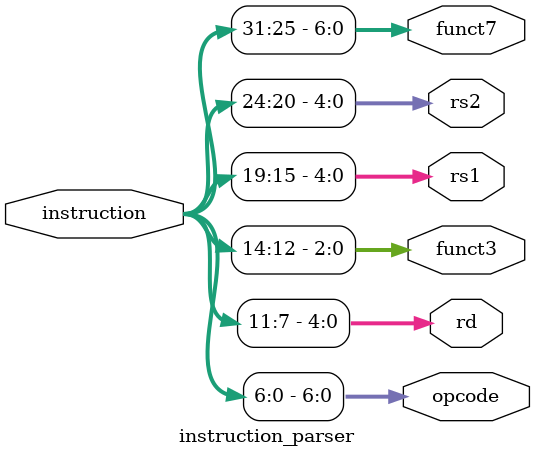
<source format=v>
`timescale 1ns / 1ps


module instruction_parser(
    input [31:0] instruction,
    output reg [6:0] opcode,
    output reg [4:0] rd,
    output reg [2:0] funct3,
    output reg [4:0] rs1,
    output reg [4:0] rs2,
    output reg [6:0] funct7
    );
    always @(*) begin 
     opcode<= instruction[6:0];
     rd<= instruction[11:7];
     funct3<= instruction[14:12];
     rs1<= instruction[19:15];
     rs2<= instruction[24:20];
     funct7<= instruction[31:25];
     end
endmodule


</source>
